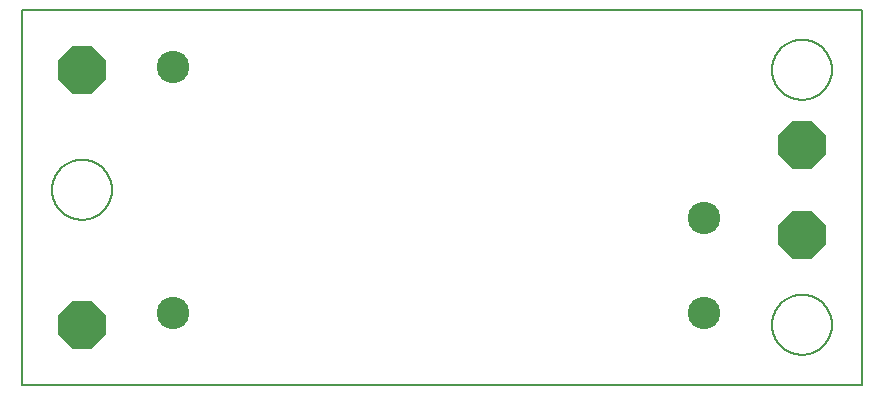
<source format=gbs>
G75*
%MOIN*%
%OFA0B0*%
%FSLAX25Y25*%
%IPPOS*%
%LPD*%
%AMOC8*
5,1,8,0,0,1.08239X$1,22.5*
%
%ADD10C,0.00600*%
%ADD11C,0.00500*%
%ADD12C,0.10800*%
%ADD13OC8,0.15800*%
D10*
X0001300Y0001300D02*
X0281300Y0001300D01*
X0281300Y0126300D01*
X0001300Y0126300D01*
X0001300Y0001300D01*
D11*
X0011300Y0066300D02*
X0011303Y0066545D01*
X0011312Y0066791D01*
X0011327Y0067036D01*
X0011348Y0067280D01*
X0011375Y0067524D01*
X0011408Y0067767D01*
X0011447Y0068010D01*
X0011492Y0068251D01*
X0011543Y0068491D01*
X0011600Y0068730D01*
X0011662Y0068967D01*
X0011731Y0069203D01*
X0011805Y0069437D01*
X0011885Y0069669D01*
X0011970Y0069899D01*
X0012061Y0070127D01*
X0012158Y0070352D01*
X0012260Y0070576D01*
X0012368Y0070796D01*
X0012481Y0071014D01*
X0012599Y0071229D01*
X0012723Y0071441D01*
X0012851Y0071650D01*
X0012985Y0071856D01*
X0013124Y0072058D01*
X0013268Y0072257D01*
X0013417Y0072452D01*
X0013570Y0072644D01*
X0013728Y0072832D01*
X0013890Y0073016D01*
X0014058Y0073195D01*
X0014229Y0073371D01*
X0014405Y0073542D01*
X0014584Y0073710D01*
X0014768Y0073872D01*
X0014956Y0074030D01*
X0015148Y0074183D01*
X0015343Y0074332D01*
X0015542Y0074476D01*
X0015744Y0074615D01*
X0015950Y0074749D01*
X0016159Y0074877D01*
X0016371Y0075001D01*
X0016586Y0075119D01*
X0016804Y0075232D01*
X0017024Y0075340D01*
X0017248Y0075442D01*
X0017473Y0075539D01*
X0017701Y0075630D01*
X0017931Y0075715D01*
X0018163Y0075795D01*
X0018397Y0075869D01*
X0018633Y0075938D01*
X0018870Y0076000D01*
X0019109Y0076057D01*
X0019349Y0076108D01*
X0019590Y0076153D01*
X0019833Y0076192D01*
X0020076Y0076225D01*
X0020320Y0076252D01*
X0020564Y0076273D01*
X0020809Y0076288D01*
X0021055Y0076297D01*
X0021300Y0076300D01*
X0021545Y0076297D01*
X0021791Y0076288D01*
X0022036Y0076273D01*
X0022280Y0076252D01*
X0022524Y0076225D01*
X0022767Y0076192D01*
X0023010Y0076153D01*
X0023251Y0076108D01*
X0023491Y0076057D01*
X0023730Y0076000D01*
X0023967Y0075938D01*
X0024203Y0075869D01*
X0024437Y0075795D01*
X0024669Y0075715D01*
X0024899Y0075630D01*
X0025127Y0075539D01*
X0025352Y0075442D01*
X0025576Y0075340D01*
X0025796Y0075232D01*
X0026014Y0075119D01*
X0026229Y0075001D01*
X0026441Y0074877D01*
X0026650Y0074749D01*
X0026856Y0074615D01*
X0027058Y0074476D01*
X0027257Y0074332D01*
X0027452Y0074183D01*
X0027644Y0074030D01*
X0027832Y0073872D01*
X0028016Y0073710D01*
X0028195Y0073542D01*
X0028371Y0073371D01*
X0028542Y0073195D01*
X0028710Y0073016D01*
X0028872Y0072832D01*
X0029030Y0072644D01*
X0029183Y0072452D01*
X0029332Y0072257D01*
X0029476Y0072058D01*
X0029615Y0071856D01*
X0029749Y0071650D01*
X0029877Y0071441D01*
X0030001Y0071229D01*
X0030119Y0071014D01*
X0030232Y0070796D01*
X0030340Y0070576D01*
X0030442Y0070352D01*
X0030539Y0070127D01*
X0030630Y0069899D01*
X0030715Y0069669D01*
X0030795Y0069437D01*
X0030869Y0069203D01*
X0030938Y0068967D01*
X0031000Y0068730D01*
X0031057Y0068491D01*
X0031108Y0068251D01*
X0031153Y0068010D01*
X0031192Y0067767D01*
X0031225Y0067524D01*
X0031252Y0067280D01*
X0031273Y0067036D01*
X0031288Y0066791D01*
X0031297Y0066545D01*
X0031300Y0066300D01*
X0031297Y0066055D01*
X0031288Y0065809D01*
X0031273Y0065564D01*
X0031252Y0065320D01*
X0031225Y0065076D01*
X0031192Y0064833D01*
X0031153Y0064590D01*
X0031108Y0064349D01*
X0031057Y0064109D01*
X0031000Y0063870D01*
X0030938Y0063633D01*
X0030869Y0063397D01*
X0030795Y0063163D01*
X0030715Y0062931D01*
X0030630Y0062701D01*
X0030539Y0062473D01*
X0030442Y0062248D01*
X0030340Y0062024D01*
X0030232Y0061804D01*
X0030119Y0061586D01*
X0030001Y0061371D01*
X0029877Y0061159D01*
X0029749Y0060950D01*
X0029615Y0060744D01*
X0029476Y0060542D01*
X0029332Y0060343D01*
X0029183Y0060148D01*
X0029030Y0059956D01*
X0028872Y0059768D01*
X0028710Y0059584D01*
X0028542Y0059405D01*
X0028371Y0059229D01*
X0028195Y0059058D01*
X0028016Y0058890D01*
X0027832Y0058728D01*
X0027644Y0058570D01*
X0027452Y0058417D01*
X0027257Y0058268D01*
X0027058Y0058124D01*
X0026856Y0057985D01*
X0026650Y0057851D01*
X0026441Y0057723D01*
X0026229Y0057599D01*
X0026014Y0057481D01*
X0025796Y0057368D01*
X0025576Y0057260D01*
X0025352Y0057158D01*
X0025127Y0057061D01*
X0024899Y0056970D01*
X0024669Y0056885D01*
X0024437Y0056805D01*
X0024203Y0056731D01*
X0023967Y0056662D01*
X0023730Y0056600D01*
X0023491Y0056543D01*
X0023251Y0056492D01*
X0023010Y0056447D01*
X0022767Y0056408D01*
X0022524Y0056375D01*
X0022280Y0056348D01*
X0022036Y0056327D01*
X0021791Y0056312D01*
X0021545Y0056303D01*
X0021300Y0056300D01*
X0021055Y0056303D01*
X0020809Y0056312D01*
X0020564Y0056327D01*
X0020320Y0056348D01*
X0020076Y0056375D01*
X0019833Y0056408D01*
X0019590Y0056447D01*
X0019349Y0056492D01*
X0019109Y0056543D01*
X0018870Y0056600D01*
X0018633Y0056662D01*
X0018397Y0056731D01*
X0018163Y0056805D01*
X0017931Y0056885D01*
X0017701Y0056970D01*
X0017473Y0057061D01*
X0017248Y0057158D01*
X0017024Y0057260D01*
X0016804Y0057368D01*
X0016586Y0057481D01*
X0016371Y0057599D01*
X0016159Y0057723D01*
X0015950Y0057851D01*
X0015744Y0057985D01*
X0015542Y0058124D01*
X0015343Y0058268D01*
X0015148Y0058417D01*
X0014956Y0058570D01*
X0014768Y0058728D01*
X0014584Y0058890D01*
X0014405Y0059058D01*
X0014229Y0059229D01*
X0014058Y0059405D01*
X0013890Y0059584D01*
X0013728Y0059768D01*
X0013570Y0059956D01*
X0013417Y0060148D01*
X0013268Y0060343D01*
X0013124Y0060542D01*
X0012985Y0060744D01*
X0012851Y0060950D01*
X0012723Y0061159D01*
X0012599Y0061371D01*
X0012481Y0061586D01*
X0012368Y0061804D01*
X0012260Y0062024D01*
X0012158Y0062248D01*
X0012061Y0062473D01*
X0011970Y0062701D01*
X0011885Y0062931D01*
X0011805Y0063163D01*
X0011731Y0063397D01*
X0011662Y0063633D01*
X0011600Y0063870D01*
X0011543Y0064109D01*
X0011492Y0064349D01*
X0011447Y0064590D01*
X0011408Y0064833D01*
X0011375Y0065076D01*
X0011348Y0065320D01*
X0011327Y0065564D01*
X0011312Y0065809D01*
X0011303Y0066055D01*
X0011300Y0066300D01*
X0251300Y0106300D02*
X0251303Y0106545D01*
X0251312Y0106791D01*
X0251327Y0107036D01*
X0251348Y0107280D01*
X0251375Y0107524D01*
X0251408Y0107767D01*
X0251447Y0108010D01*
X0251492Y0108251D01*
X0251543Y0108491D01*
X0251600Y0108730D01*
X0251662Y0108967D01*
X0251731Y0109203D01*
X0251805Y0109437D01*
X0251885Y0109669D01*
X0251970Y0109899D01*
X0252061Y0110127D01*
X0252158Y0110352D01*
X0252260Y0110576D01*
X0252368Y0110796D01*
X0252481Y0111014D01*
X0252599Y0111229D01*
X0252723Y0111441D01*
X0252851Y0111650D01*
X0252985Y0111856D01*
X0253124Y0112058D01*
X0253268Y0112257D01*
X0253417Y0112452D01*
X0253570Y0112644D01*
X0253728Y0112832D01*
X0253890Y0113016D01*
X0254058Y0113195D01*
X0254229Y0113371D01*
X0254405Y0113542D01*
X0254584Y0113710D01*
X0254768Y0113872D01*
X0254956Y0114030D01*
X0255148Y0114183D01*
X0255343Y0114332D01*
X0255542Y0114476D01*
X0255744Y0114615D01*
X0255950Y0114749D01*
X0256159Y0114877D01*
X0256371Y0115001D01*
X0256586Y0115119D01*
X0256804Y0115232D01*
X0257024Y0115340D01*
X0257248Y0115442D01*
X0257473Y0115539D01*
X0257701Y0115630D01*
X0257931Y0115715D01*
X0258163Y0115795D01*
X0258397Y0115869D01*
X0258633Y0115938D01*
X0258870Y0116000D01*
X0259109Y0116057D01*
X0259349Y0116108D01*
X0259590Y0116153D01*
X0259833Y0116192D01*
X0260076Y0116225D01*
X0260320Y0116252D01*
X0260564Y0116273D01*
X0260809Y0116288D01*
X0261055Y0116297D01*
X0261300Y0116300D01*
X0261545Y0116297D01*
X0261791Y0116288D01*
X0262036Y0116273D01*
X0262280Y0116252D01*
X0262524Y0116225D01*
X0262767Y0116192D01*
X0263010Y0116153D01*
X0263251Y0116108D01*
X0263491Y0116057D01*
X0263730Y0116000D01*
X0263967Y0115938D01*
X0264203Y0115869D01*
X0264437Y0115795D01*
X0264669Y0115715D01*
X0264899Y0115630D01*
X0265127Y0115539D01*
X0265352Y0115442D01*
X0265576Y0115340D01*
X0265796Y0115232D01*
X0266014Y0115119D01*
X0266229Y0115001D01*
X0266441Y0114877D01*
X0266650Y0114749D01*
X0266856Y0114615D01*
X0267058Y0114476D01*
X0267257Y0114332D01*
X0267452Y0114183D01*
X0267644Y0114030D01*
X0267832Y0113872D01*
X0268016Y0113710D01*
X0268195Y0113542D01*
X0268371Y0113371D01*
X0268542Y0113195D01*
X0268710Y0113016D01*
X0268872Y0112832D01*
X0269030Y0112644D01*
X0269183Y0112452D01*
X0269332Y0112257D01*
X0269476Y0112058D01*
X0269615Y0111856D01*
X0269749Y0111650D01*
X0269877Y0111441D01*
X0270001Y0111229D01*
X0270119Y0111014D01*
X0270232Y0110796D01*
X0270340Y0110576D01*
X0270442Y0110352D01*
X0270539Y0110127D01*
X0270630Y0109899D01*
X0270715Y0109669D01*
X0270795Y0109437D01*
X0270869Y0109203D01*
X0270938Y0108967D01*
X0271000Y0108730D01*
X0271057Y0108491D01*
X0271108Y0108251D01*
X0271153Y0108010D01*
X0271192Y0107767D01*
X0271225Y0107524D01*
X0271252Y0107280D01*
X0271273Y0107036D01*
X0271288Y0106791D01*
X0271297Y0106545D01*
X0271300Y0106300D01*
X0271297Y0106055D01*
X0271288Y0105809D01*
X0271273Y0105564D01*
X0271252Y0105320D01*
X0271225Y0105076D01*
X0271192Y0104833D01*
X0271153Y0104590D01*
X0271108Y0104349D01*
X0271057Y0104109D01*
X0271000Y0103870D01*
X0270938Y0103633D01*
X0270869Y0103397D01*
X0270795Y0103163D01*
X0270715Y0102931D01*
X0270630Y0102701D01*
X0270539Y0102473D01*
X0270442Y0102248D01*
X0270340Y0102024D01*
X0270232Y0101804D01*
X0270119Y0101586D01*
X0270001Y0101371D01*
X0269877Y0101159D01*
X0269749Y0100950D01*
X0269615Y0100744D01*
X0269476Y0100542D01*
X0269332Y0100343D01*
X0269183Y0100148D01*
X0269030Y0099956D01*
X0268872Y0099768D01*
X0268710Y0099584D01*
X0268542Y0099405D01*
X0268371Y0099229D01*
X0268195Y0099058D01*
X0268016Y0098890D01*
X0267832Y0098728D01*
X0267644Y0098570D01*
X0267452Y0098417D01*
X0267257Y0098268D01*
X0267058Y0098124D01*
X0266856Y0097985D01*
X0266650Y0097851D01*
X0266441Y0097723D01*
X0266229Y0097599D01*
X0266014Y0097481D01*
X0265796Y0097368D01*
X0265576Y0097260D01*
X0265352Y0097158D01*
X0265127Y0097061D01*
X0264899Y0096970D01*
X0264669Y0096885D01*
X0264437Y0096805D01*
X0264203Y0096731D01*
X0263967Y0096662D01*
X0263730Y0096600D01*
X0263491Y0096543D01*
X0263251Y0096492D01*
X0263010Y0096447D01*
X0262767Y0096408D01*
X0262524Y0096375D01*
X0262280Y0096348D01*
X0262036Y0096327D01*
X0261791Y0096312D01*
X0261545Y0096303D01*
X0261300Y0096300D01*
X0261055Y0096303D01*
X0260809Y0096312D01*
X0260564Y0096327D01*
X0260320Y0096348D01*
X0260076Y0096375D01*
X0259833Y0096408D01*
X0259590Y0096447D01*
X0259349Y0096492D01*
X0259109Y0096543D01*
X0258870Y0096600D01*
X0258633Y0096662D01*
X0258397Y0096731D01*
X0258163Y0096805D01*
X0257931Y0096885D01*
X0257701Y0096970D01*
X0257473Y0097061D01*
X0257248Y0097158D01*
X0257024Y0097260D01*
X0256804Y0097368D01*
X0256586Y0097481D01*
X0256371Y0097599D01*
X0256159Y0097723D01*
X0255950Y0097851D01*
X0255744Y0097985D01*
X0255542Y0098124D01*
X0255343Y0098268D01*
X0255148Y0098417D01*
X0254956Y0098570D01*
X0254768Y0098728D01*
X0254584Y0098890D01*
X0254405Y0099058D01*
X0254229Y0099229D01*
X0254058Y0099405D01*
X0253890Y0099584D01*
X0253728Y0099768D01*
X0253570Y0099956D01*
X0253417Y0100148D01*
X0253268Y0100343D01*
X0253124Y0100542D01*
X0252985Y0100744D01*
X0252851Y0100950D01*
X0252723Y0101159D01*
X0252599Y0101371D01*
X0252481Y0101586D01*
X0252368Y0101804D01*
X0252260Y0102024D01*
X0252158Y0102248D01*
X0252061Y0102473D01*
X0251970Y0102701D01*
X0251885Y0102931D01*
X0251805Y0103163D01*
X0251731Y0103397D01*
X0251662Y0103633D01*
X0251600Y0103870D01*
X0251543Y0104109D01*
X0251492Y0104349D01*
X0251447Y0104590D01*
X0251408Y0104833D01*
X0251375Y0105076D01*
X0251348Y0105320D01*
X0251327Y0105564D01*
X0251312Y0105809D01*
X0251303Y0106055D01*
X0251300Y0106300D01*
X0251300Y0021300D02*
X0251303Y0021545D01*
X0251312Y0021791D01*
X0251327Y0022036D01*
X0251348Y0022280D01*
X0251375Y0022524D01*
X0251408Y0022767D01*
X0251447Y0023010D01*
X0251492Y0023251D01*
X0251543Y0023491D01*
X0251600Y0023730D01*
X0251662Y0023967D01*
X0251731Y0024203D01*
X0251805Y0024437D01*
X0251885Y0024669D01*
X0251970Y0024899D01*
X0252061Y0025127D01*
X0252158Y0025352D01*
X0252260Y0025576D01*
X0252368Y0025796D01*
X0252481Y0026014D01*
X0252599Y0026229D01*
X0252723Y0026441D01*
X0252851Y0026650D01*
X0252985Y0026856D01*
X0253124Y0027058D01*
X0253268Y0027257D01*
X0253417Y0027452D01*
X0253570Y0027644D01*
X0253728Y0027832D01*
X0253890Y0028016D01*
X0254058Y0028195D01*
X0254229Y0028371D01*
X0254405Y0028542D01*
X0254584Y0028710D01*
X0254768Y0028872D01*
X0254956Y0029030D01*
X0255148Y0029183D01*
X0255343Y0029332D01*
X0255542Y0029476D01*
X0255744Y0029615D01*
X0255950Y0029749D01*
X0256159Y0029877D01*
X0256371Y0030001D01*
X0256586Y0030119D01*
X0256804Y0030232D01*
X0257024Y0030340D01*
X0257248Y0030442D01*
X0257473Y0030539D01*
X0257701Y0030630D01*
X0257931Y0030715D01*
X0258163Y0030795D01*
X0258397Y0030869D01*
X0258633Y0030938D01*
X0258870Y0031000D01*
X0259109Y0031057D01*
X0259349Y0031108D01*
X0259590Y0031153D01*
X0259833Y0031192D01*
X0260076Y0031225D01*
X0260320Y0031252D01*
X0260564Y0031273D01*
X0260809Y0031288D01*
X0261055Y0031297D01*
X0261300Y0031300D01*
X0261545Y0031297D01*
X0261791Y0031288D01*
X0262036Y0031273D01*
X0262280Y0031252D01*
X0262524Y0031225D01*
X0262767Y0031192D01*
X0263010Y0031153D01*
X0263251Y0031108D01*
X0263491Y0031057D01*
X0263730Y0031000D01*
X0263967Y0030938D01*
X0264203Y0030869D01*
X0264437Y0030795D01*
X0264669Y0030715D01*
X0264899Y0030630D01*
X0265127Y0030539D01*
X0265352Y0030442D01*
X0265576Y0030340D01*
X0265796Y0030232D01*
X0266014Y0030119D01*
X0266229Y0030001D01*
X0266441Y0029877D01*
X0266650Y0029749D01*
X0266856Y0029615D01*
X0267058Y0029476D01*
X0267257Y0029332D01*
X0267452Y0029183D01*
X0267644Y0029030D01*
X0267832Y0028872D01*
X0268016Y0028710D01*
X0268195Y0028542D01*
X0268371Y0028371D01*
X0268542Y0028195D01*
X0268710Y0028016D01*
X0268872Y0027832D01*
X0269030Y0027644D01*
X0269183Y0027452D01*
X0269332Y0027257D01*
X0269476Y0027058D01*
X0269615Y0026856D01*
X0269749Y0026650D01*
X0269877Y0026441D01*
X0270001Y0026229D01*
X0270119Y0026014D01*
X0270232Y0025796D01*
X0270340Y0025576D01*
X0270442Y0025352D01*
X0270539Y0025127D01*
X0270630Y0024899D01*
X0270715Y0024669D01*
X0270795Y0024437D01*
X0270869Y0024203D01*
X0270938Y0023967D01*
X0271000Y0023730D01*
X0271057Y0023491D01*
X0271108Y0023251D01*
X0271153Y0023010D01*
X0271192Y0022767D01*
X0271225Y0022524D01*
X0271252Y0022280D01*
X0271273Y0022036D01*
X0271288Y0021791D01*
X0271297Y0021545D01*
X0271300Y0021300D01*
X0271297Y0021055D01*
X0271288Y0020809D01*
X0271273Y0020564D01*
X0271252Y0020320D01*
X0271225Y0020076D01*
X0271192Y0019833D01*
X0271153Y0019590D01*
X0271108Y0019349D01*
X0271057Y0019109D01*
X0271000Y0018870D01*
X0270938Y0018633D01*
X0270869Y0018397D01*
X0270795Y0018163D01*
X0270715Y0017931D01*
X0270630Y0017701D01*
X0270539Y0017473D01*
X0270442Y0017248D01*
X0270340Y0017024D01*
X0270232Y0016804D01*
X0270119Y0016586D01*
X0270001Y0016371D01*
X0269877Y0016159D01*
X0269749Y0015950D01*
X0269615Y0015744D01*
X0269476Y0015542D01*
X0269332Y0015343D01*
X0269183Y0015148D01*
X0269030Y0014956D01*
X0268872Y0014768D01*
X0268710Y0014584D01*
X0268542Y0014405D01*
X0268371Y0014229D01*
X0268195Y0014058D01*
X0268016Y0013890D01*
X0267832Y0013728D01*
X0267644Y0013570D01*
X0267452Y0013417D01*
X0267257Y0013268D01*
X0267058Y0013124D01*
X0266856Y0012985D01*
X0266650Y0012851D01*
X0266441Y0012723D01*
X0266229Y0012599D01*
X0266014Y0012481D01*
X0265796Y0012368D01*
X0265576Y0012260D01*
X0265352Y0012158D01*
X0265127Y0012061D01*
X0264899Y0011970D01*
X0264669Y0011885D01*
X0264437Y0011805D01*
X0264203Y0011731D01*
X0263967Y0011662D01*
X0263730Y0011600D01*
X0263491Y0011543D01*
X0263251Y0011492D01*
X0263010Y0011447D01*
X0262767Y0011408D01*
X0262524Y0011375D01*
X0262280Y0011348D01*
X0262036Y0011327D01*
X0261791Y0011312D01*
X0261545Y0011303D01*
X0261300Y0011300D01*
X0261055Y0011303D01*
X0260809Y0011312D01*
X0260564Y0011327D01*
X0260320Y0011348D01*
X0260076Y0011375D01*
X0259833Y0011408D01*
X0259590Y0011447D01*
X0259349Y0011492D01*
X0259109Y0011543D01*
X0258870Y0011600D01*
X0258633Y0011662D01*
X0258397Y0011731D01*
X0258163Y0011805D01*
X0257931Y0011885D01*
X0257701Y0011970D01*
X0257473Y0012061D01*
X0257248Y0012158D01*
X0257024Y0012260D01*
X0256804Y0012368D01*
X0256586Y0012481D01*
X0256371Y0012599D01*
X0256159Y0012723D01*
X0255950Y0012851D01*
X0255744Y0012985D01*
X0255542Y0013124D01*
X0255343Y0013268D01*
X0255148Y0013417D01*
X0254956Y0013570D01*
X0254768Y0013728D01*
X0254584Y0013890D01*
X0254405Y0014058D01*
X0254229Y0014229D01*
X0254058Y0014405D01*
X0253890Y0014584D01*
X0253728Y0014768D01*
X0253570Y0014956D01*
X0253417Y0015148D01*
X0253268Y0015343D01*
X0253124Y0015542D01*
X0252985Y0015744D01*
X0252851Y0015950D01*
X0252723Y0016159D01*
X0252599Y0016371D01*
X0252481Y0016586D01*
X0252368Y0016804D01*
X0252260Y0017024D01*
X0252158Y0017248D01*
X0252061Y0017473D01*
X0251970Y0017701D01*
X0251885Y0017931D01*
X0251805Y0018163D01*
X0251731Y0018397D01*
X0251662Y0018633D01*
X0251600Y0018870D01*
X0251543Y0019109D01*
X0251492Y0019349D01*
X0251447Y0019590D01*
X0251408Y0019833D01*
X0251375Y0020076D01*
X0251348Y0020320D01*
X0251327Y0020564D01*
X0251312Y0020809D01*
X0251303Y0021055D01*
X0251300Y0021300D01*
D12*
X0228702Y0025355D03*
X0228702Y0056851D03*
X0051536Y0025355D03*
X0051536Y0107245D03*
D13*
X0021300Y0106300D03*
X0021300Y0021300D03*
X0261300Y0051300D03*
X0261300Y0081300D03*
M02*

</source>
